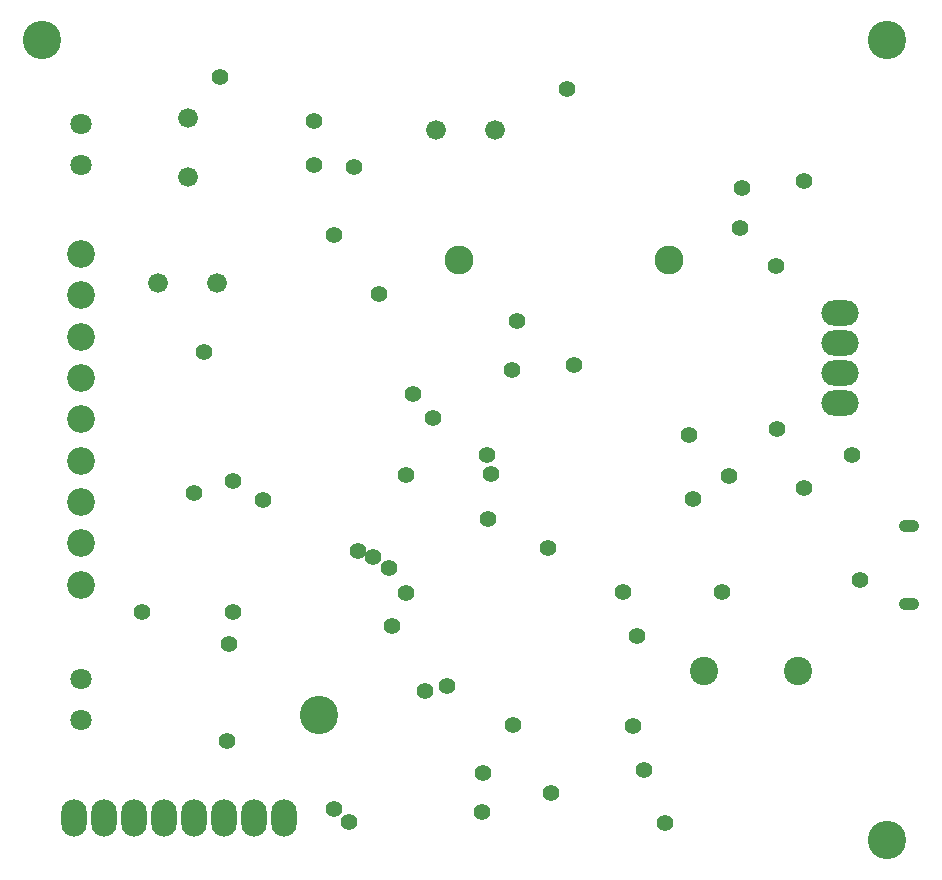
<source format=gbs>
G04*
G04 #@! TF.GenerationSoftware,Altium Limited,Altium Designer,21.1.1 (26)*
G04*
G04 Layer_Color=16711935*
%FSLAX25Y25*%
%MOIN*%
G70*
G04*
G04 #@! TF.SameCoordinates,D135156B-8277-4391-89A8-FDCD94A43821*
G04*
G04*
G04 #@! TF.FilePolarity,Negative*
G04*
G01*
G75*
%ADD42O,0.12402X0.08465*%
%ADD43C,0.07087*%
%ADD44C,0.09449*%
%ADD45O,0.06890X0.04134*%
%ADD46C,0.06591*%
%ADD47C,0.09252*%
%ADD48C,0.12795*%
%ADD49O,0.08465X0.12402*%
%ADD50C,0.09646*%
%ADD51C,0.05591*%
D42*
X473563Y348740D02*
D03*
Y328740D02*
D03*
Y358740D02*
D03*
Y338740D02*
D03*
D43*
X220807Y222874D02*
D03*
Y236653D02*
D03*
Y421693D02*
D03*
Y407913D02*
D03*
D44*
X428484Y239213D02*
D03*
X459587D02*
D03*
D45*
X496654Y261811D02*
D03*
Y287795D02*
D03*
D46*
X358602Y419724D02*
D03*
X338917D02*
D03*
X246398Y368543D02*
D03*
X266083D02*
D03*
X256240Y423661D02*
D03*
Y403976D02*
D03*
D47*
X220807Y378386D02*
D03*
Y364606D02*
D03*
Y350827D02*
D03*
Y337047D02*
D03*
Y323268D02*
D03*
Y309488D02*
D03*
Y295709D02*
D03*
Y281929D02*
D03*
Y268150D02*
D03*
D48*
X300000Y224803D02*
D03*
X489370Y449606D02*
D03*
X207538D02*
D03*
X489370Y183071D02*
D03*
D49*
X268209Y190197D02*
D03*
X258209D02*
D03*
X248209D02*
D03*
X228209D02*
D03*
X288209D02*
D03*
X218209D02*
D03*
X238209D02*
D03*
X278209D02*
D03*
D50*
X346791Y376417D02*
D03*
X416516D02*
D03*
D51*
X298425Y422835D02*
D03*
X434252Y265748D02*
D03*
X423228Y318110D02*
D03*
X366142Y355906D02*
D03*
X364173Y339764D02*
D03*
X440945Y400394D02*
D03*
X452362Y374410D02*
D03*
X461811Y300394D02*
D03*
X480177Y269646D02*
D03*
X342520Y234252D02*
D03*
X329134Y265354D02*
D03*
X405905Y251181D02*
D03*
X377165Y198819D02*
D03*
X408194Y206299D02*
D03*
X354724Y205512D02*
D03*
X309842Y188976D02*
D03*
X269291Y216142D02*
D03*
X240945Y259055D02*
D03*
X320079Y364961D02*
D03*
X305118Y384646D02*
D03*
X271260Y259055D02*
D03*
X261811Y345669D02*
D03*
X364567Y221260D02*
D03*
X324410Y254331D02*
D03*
X335433Y232677D02*
D03*
X404557Y220866D02*
D03*
X281496Y296346D02*
D03*
X356299Y290158D02*
D03*
X401181Y265748D02*
D03*
X376378Y280315D02*
D03*
X385039Y341339D02*
D03*
X424803Y296850D02*
D03*
X436614Y304331D02*
D03*
X452822Y320092D02*
D03*
X461811Y402756D02*
D03*
X440295Y387039D02*
D03*
X477559Y311417D02*
D03*
X415354Y188583D02*
D03*
X354331Y192520D02*
D03*
X305118Y193307D02*
D03*
X270079Y248425D02*
D03*
X258268Y298819D02*
D03*
X271260Y302756D02*
D03*
X382677Y433465D02*
D03*
X311811Y407480D02*
D03*
X298425Y407874D02*
D03*
X266929Y437402D02*
D03*
X357421Y305157D02*
D03*
X355847Y311457D02*
D03*
X338162Y323694D02*
D03*
X318088Y277481D02*
D03*
X323169Y273661D02*
D03*
X329047Y304758D02*
D03*
X331437Y331535D02*
D03*
X312933Y279398D02*
D03*
M02*

</source>
